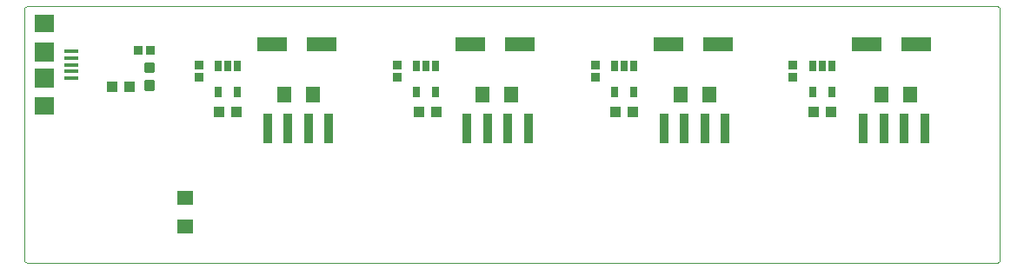
<source format=gtp>
G75*
G70*
%OFA0B0*%
%FSLAX24Y24*%
%IPPOS*%
%LPD*%
%AMOC8*
5,1,8,0,0,1.08239X$1,22.5*
%
%ADD10C,0.0000*%
%ADD11R,0.0354X0.1181*%
%ADD12R,0.0433X0.0394*%
%ADD13R,0.0630X0.0551*%
%ADD14R,0.0272X0.0390*%
%ADD15R,0.0551X0.0138*%
%ADD16R,0.0748X0.0709*%
%ADD17R,0.0748X0.0748*%
%ADD18R,0.0354X0.0335*%
%ADD19R,0.1181X0.0551*%
%ADD20R,0.0551X0.0630*%
%ADD21C,0.0118*%
%ADD22R,0.0335X0.0354*%
D10*
X000900Y000800D02*
X038102Y000800D01*
X038119Y000802D01*
X038136Y000806D01*
X038152Y000813D01*
X038166Y000823D01*
X038179Y000836D01*
X038189Y000850D01*
X038196Y000866D01*
X038200Y000883D01*
X038202Y000900D01*
X038202Y010543D01*
X038200Y010560D01*
X038196Y010577D01*
X038189Y010593D01*
X038179Y010607D01*
X038166Y010620D01*
X038152Y010630D01*
X038136Y010637D01*
X038119Y010641D01*
X038102Y010643D01*
X000900Y010643D01*
X000883Y010641D01*
X000866Y010637D01*
X000850Y010630D01*
X000836Y010620D01*
X000823Y010607D01*
X000813Y010593D01*
X000806Y010577D01*
X000802Y010560D01*
X000800Y010543D01*
X000800Y000900D01*
X000802Y000883D01*
X000806Y000866D01*
X000813Y000850D01*
X000823Y000836D01*
X000836Y000823D01*
X000850Y000813D01*
X000866Y000806D01*
X000883Y000802D01*
X000900Y000800D01*
D11*
X010119Y005958D03*
X010906Y005958D03*
X011694Y005958D03*
X012481Y005958D03*
X017769Y005958D03*
X018556Y005958D03*
X019344Y005958D03*
X020131Y005958D03*
X025319Y005958D03*
X026106Y005958D03*
X026894Y005958D03*
X027681Y005958D03*
X032969Y005958D03*
X033756Y005958D03*
X034544Y005958D03*
X035331Y005958D03*
D12*
X031735Y006600D03*
X031065Y006600D03*
X024135Y006600D03*
X023465Y006600D03*
X016585Y006600D03*
X015915Y006600D03*
X008935Y006600D03*
X008265Y006600D03*
X004835Y007550D03*
X004165Y007550D03*
D13*
X006950Y003301D03*
X006950Y002199D03*
D14*
X008226Y007338D03*
X008974Y007338D03*
X008974Y008358D03*
X008600Y008358D03*
X008226Y008358D03*
X015826Y008358D03*
X016200Y008358D03*
X016574Y008358D03*
X016574Y007338D03*
X015826Y007338D03*
X023426Y007338D03*
X024174Y007338D03*
X024174Y008358D03*
X023800Y008358D03*
X023426Y008358D03*
X031026Y008358D03*
X031400Y008358D03*
X031774Y008358D03*
X031774Y007338D03*
X031026Y007338D03*
D15*
X002593Y007888D03*
X002593Y008144D03*
X002593Y008400D03*
X002593Y008656D03*
X002593Y008912D03*
D16*
X001550Y009975D03*
X001550Y006825D03*
D17*
X001550Y007900D03*
X001550Y008900D03*
D18*
X007500Y008378D03*
X007500Y007922D03*
X015100Y007922D03*
X015100Y008378D03*
X022700Y008378D03*
X022700Y007922D03*
X030250Y007922D03*
X030250Y008378D03*
D19*
X027395Y009200D03*
X025505Y009200D03*
X019795Y009200D03*
X017905Y009200D03*
X012195Y009200D03*
X010305Y009200D03*
X033105Y009200D03*
X034995Y009200D03*
D20*
X034751Y007250D03*
X033649Y007250D03*
X027051Y007250D03*
X025949Y007250D03*
X019451Y007250D03*
X018349Y007250D03*
X011851Y007250D03*
X010749Y007250D03*
D21*
X005738Y007467D02*
X005462Y007467D01*
X005462Y007743D01*
X005738Y007743D01*
X005738Y007467D01*
X005738Y007584D02*
X005462Y007584D01*
X005462Y007701D02*
X005738Y007701D01*
X005738Y008157D02*
X005462Y008157D01*
X005462Y008433D01*
X005738Y008433D01*
X005738Y008157D01*
X005738Y008274D02*
X005462Y008274D01*
X005462Y008391D02*
X005738Y008391D01*
D22*
X005628Y008950D03*
X005172Y008950D03*
M02*

</source>
